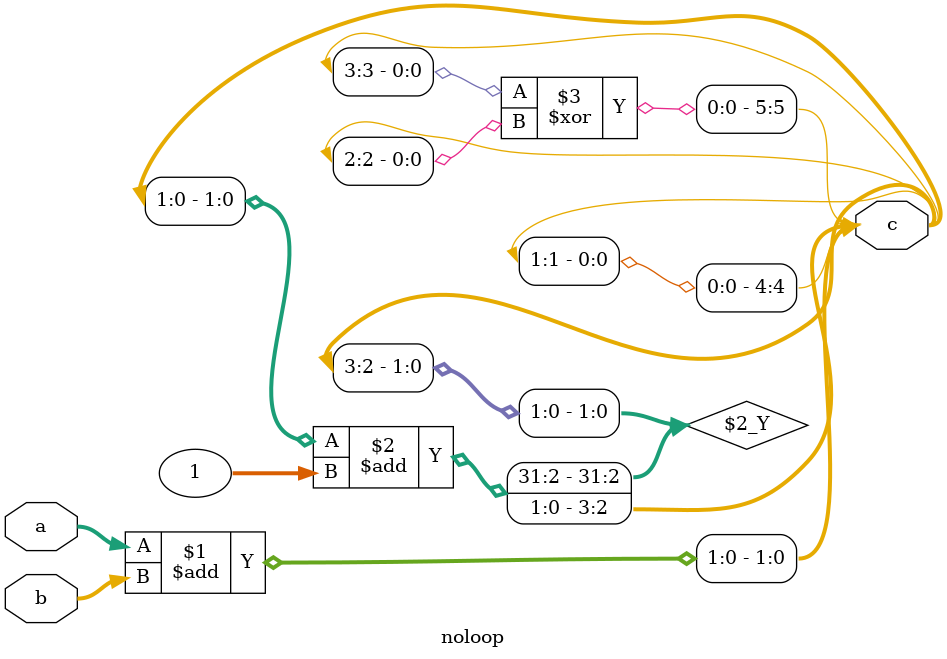
<source format=v>
module noloop( input [1:0] a, input [1:0] b, output [5:0] c);
  assign c[1:0] = a+b;
  assign c[3:2] = c[1:0]+1;
  assign c[5:4] = {c[3]^c[2],c[1]};
endmodule


</source>
